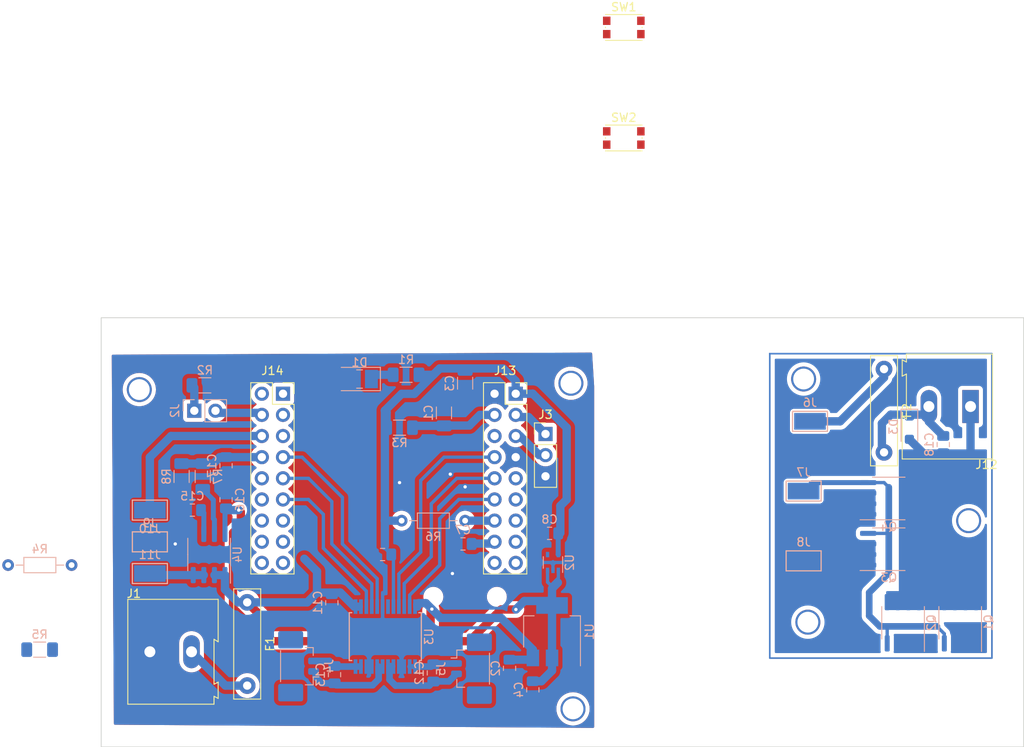
<source format=kicad_pcb>
(kicad_pcb (version 20221018) (generator pcbnew)
  (layers (0 "F.Cu" signal) (31 "B.Cu" signal) (34 "B.Paste" user) (35 "F.Paste" user) (36 "B.SilkS" user "B.Silkscreen") (37 "F.SilkS" user "F.Silkscreen") (38 "B.Mask" user) (39 "F.Mask" user) (44 "Edge.Cuts" user))
  (net 0 "")
  (net 1 "+8V")
  (net 2 "GND")
  (net 3 "+5V")
  (net 4 "/weapon_motor/MOTOR_PWR")
  (net 5 "/weapon_motor/MOSFETS_DRAIN")
  (net 6 "/MOTOR_CURRENT_ADC")
  (net 7 "Net-(J1-Pin_2)")
  (net 8 "/UART_TX")
  (net 9 "/UART_RX")
  (net 10 "/PWM_WEAPON")
  (net 11 "/BAT_LVL_ADC")
  (net 12 "/PWM_CH_B")
  (net 13 "/DIR_B_2")
  (net 14 "/DIR_B_1")
  (net 15 "/DIR_A_1")
  (net 16 "/PWM_CH_A")
  (net 17 "+3V3")
  (net 18 "/motors/STANDBY")
  (net 19 "/DIR_A_2")
  (net 20 "/ESP32 PCB adapter/SVP")
  (net 21 "/ESP32 PCB adapter/SVN")
  (net 22 "/ESP32 PCB adapter/IO35")
  (net 23 "/ESP32 PCB adapter/IO32")
  (net 24 "/ESP32 PCB adapter/SD2")
  (net 25 "/ESP32 PCB adapter/SD3")
  (net 26 "/ESP32 PCB adapter/CMD")
  (net 27 "/ESP32 PCB adapter/CLK")
  (net 28 "/ESP32 PCB adapter/SD0")
  (net 29 "/ESP32 PCB adapter/SD1")
  (net 30 "/ESP32 PCB adapter/IO23")
  (net 31 "/ESP32 PCB adapter/IO0")
  (net 32 "/ESP32 PCB adapter/EN")
  (net 33 "/weapon_motor/MOTOR_IN")
  (net 34 "Net-(J5-Pin_1)")
  (net 35 "Net-(J5-Pin_2)")
  (net 36 "Net-(J4-Pin_2)")
  (net 37 "Net-(J4-Pin_1)")
  (net 38 "Net-(U4-FILTER)")
  (net 39 "Net-(D1-A)")
  (net 40 "Net-(U4-VIOUT)")
  (net 42 "Net-(J2-Pin_1)")
  (net 43 "/ESP32 PCB adapter/IO34")
  (net 44 "/ESP32 PCB adapter/IO21")
  (net 45 "/ESP32 PCB adapter/IO18")
  (net 46 "/ESP32 PCB adapter/IO17")
  (net 47 "/ESP32 PCB adapter/IO16")
  (net 48 "/ESP32 PCB adapter/IO04")
  (net 49 "/ESP32 PCB adapter/IO14")
  (net 50 "/ESP32 PCB adapter/IO13")
  (net 51 "/ESP32 PCB adapter/IO02")
  (net 52 "/ESP32 PCB adapter/IO15")
  (footprint "Capacitor_THT:C_Rect_L13.0mm_W3.0mm_P10.00mm_FKS3_FKP3_MKS4" (layer "F.Cu") (at 150.114 82.63 -90)
    (fp_text reference "F2")
    (fp_text value "12A")
  )
  (footprint "Connector_PinSocket_2.54mm:PinSocket_2x09_P2.54mm_Vertical" (layer "F.Cu") (at 77.958 85.588)
    (fp_text reference "J14")
    (fp_text value "Conn_02x09_Odd_Even")
  )
  (footprint "TerminalBlock:TerminalBlock_Altech_AK300-2_P5.00mm" (layer "F.Cu") (at 160.499 87.122 180)
    (fp_text reference "J12")
    (fp_text value "MOT_WPN")
  )
  (footprint "Connector_PinSocket_2.54mm:PinSocket_2x09_P2.54mm_Vertical" (layer "F.Cu") (at 105.898 85.588)
    (fp_text reference "J13")
    (fp_text value "Conn_02x09_Odd_Even")
  )
  (footprint "Capacitor_THT:C_Rect_L13.0mm_W3.0mm_P10.00mm_FKS3_FKP3_MKS4" (layer "F.Cu") (at 73.66 110.65 -90)
    (fp_text reference "F1")
    (fp_text value "15A")
  )
  (footprint "Button_Switch_SMD:SW_Push_1P1T_NO_CK_KMR2" (layer "F.Cu") (at 118.872 54.864)
    (fp_text reference "SW2")
    (fp_text value "BOOT")
  )
  (footprint "Button_Switch_SMD:SW_Push_1P1T_NO_CK_KMR2" (layer "F.Cu") (at 118.872 41.584)
    (fp_text reference "SW1")
    (fp_text value "EN")
  )
  (footprint "Connector_PinHeader_2.54mm:PinHeader_1x03_P2.54mm_Vertical" (layer "F.Cu") (at 109.474 90.424)
    (fp_text reference "J3")
    (fp_text value "UART")
  )
  (footprint "TerminalBlock:TerminalBlock_Altech_AK300-2_P5.00mm" (layer "F.Cu") (at 61.976 116.586)
    (fp_text reference "J1")
    (fp_text value "BATT")
  )
  (footprint "TestPoint:TestPoint_Keystone_5019_Minature" (layer "B.Cu") (at 61.976 99.568)
    (fp_text reference "J10")
    (fp_text value "Conn_01x01_Pin")
  )
  (footprint "Capacitor_SMD:C_0805_2012Metric_Pad1.18x1.45mm_HandSolder" (layer "B.Cu") (at 84.145 119.336 -90)
    (fp_text reference "C13")
    (fp_text value "0.1uF")
  )
  (footprint "LED_SMD:LED_PLCC-2_3x2mm_AK" (layer "B.Cu") (at 87.148 83.82 180)
    (fp_text reference "D1")
    (fp_text value "PWR")
  )
  (footprint "Connector_Molex:Molex_PicoBlade_53398-0271_1x02-1MP_P1.25mm_Vertical" (layer "B.Cu") (at 100.034 118.618 -90)
    (fp_text reference "J5")
    (fp_text value "Conn_01x03_Pin")
  )
  (footprint "Connector_Molex:Molex_PicoBlade_53398-0271_1x02-1MP_P1.25mm_Vertical" (layer "B.Cu") (at 80.377 118.32 90)
    (fp_text reference "J4")
    (fp_text value "Conn_01x03_Pin")
  )
  (footprint "Resistor_THT:R_Axial_DIN0204_L3.6mm_D1.6mm_P7.62mm_Horizontal" (layer "B.Cu") (at 92.202 100.838)
    (fp_text reference "R6")
    (fp_text value "220")
  )
  (footprint "TestPoint:TestPoint_Keystone_5019_Minature" (layer "B.Cu") (at 140.462 105.664 180)
    (fp_text reference "J8")
    (fp_text value "Conn_01x01_Pin")
  )
  (footprint "Capacitor_SMD:C_0805_2012Metric_Pad1.18x1.45mm_HandSolder" (layer "B.Cu") (at 105.156 118.57775 -90)
    (fp_text reference "C2")
    (fp_text value "22uF")
  )
  (footprint "Package_SO:SOIC-8_3.9x4.9mm_P1.27mm" (layer "B.Cu") (at 150.687 98.171)
    (fp_text reference "Q4")
    (fp_text value "AO4402G")
  )
  (footprint "Capacitor_SMD:C_0805_2012Metric_Pad1.18x1.45mm_HandSolder" (layer "B.Cu") (at 99.568 103.632 180)
    (fp_text reference "C7")
    (fp_text value "0.1uF")
  )
  (footprint "Package_SO:SOIC-8_3.9x4.9mm_P1.27mm" (layer "B.Cu") (at 150.687 104.267)
    (fp_text reference "Q3")
    (fp_text value "AO4402G")
  )
  (footprint "TestPoint:TestPoint_Keystone_5019_Minature" (layer "B.Cu") (at 140.462 97.282 180)
    (fp_text reference "J7")
    (fp_text value "Conn_01x01_Pin")
  )
  (footprint "Resistor_SMD:R_1206_3216Metric_Pad1.30x1.75mm_HandSolder" (layer "B.Cu") (at 68.58 84.582 180)
    (fp_text reference "R2")
    (fp_text value "220")
  )
  (footprint "Resistor_SMD:R_1206_3216Metric_Pad1.30x1.75mm_HandSolder" (layer "B.Cu") (at 65.786 95.53 -90)
    (fp_text reference "R8")
    (fp_text value "4k7R")
  )
  (footprint "Capacitor_SMD:C_0805_2012Metric_Pad1.18x1.45mm_HandSolder" (layer "B.Cu") (at 107.95 121.158 -90)
    (fp_text reference "C4")
    (fp_text value "22uF")
  )
  (footprint "TestPoint:TestPoint_Keystone_5019_Minature" (layer "B.Cu") (at 141.224 88.9 180)
    (fp_text reference "J6")
    (fp_text value "Conn_01x01_Pin")
  )
  (footprint "Capacitor_SMD:C_1206_3216Metric_Pad1.33x1.80mm_HandSolder" (layer "B.Cu") (at 99.822 84.328 -90)
    (fp_text reference "C3")
    (fp_text value "22uF")
  )
  (footprint "Capacitor_SMD:C_0805_2012Metric_Pad1.18x1.45mm_HandSolder" (layer "B.Cu") (at 71.12 94.234 -90)
    (fp_text reference "C17")
    (fp_text value "1uF")
  )
  (footprint "Resistor_THT:R_Axial_DIN0204_L3.6mm_D1.6mm_P7.62mm_Horizontal" (layer "B.Cu") (at 52.578 106.172 180)
    (fp_text reference "R4")
    (fp_text value "8k2R")
  )
  (footprint "Capacitor_SMD:C_0805_2012Metric_Pad1.18x1.45mm_HandSolder" (layer "B.Cu") (at 89.916 104.902 180)
    (fp_text reference "C9" hide)
    (fp_text value "22uF")
  )
  (footprint "Capacitor_SMD:C_1206_3216Metric_Pad1.33x1.80mm_HandSolder" (layer "B.Cu") (at 97.282 87.884 -90)
    (fp_text reference "C1")
    (fp_text value "0.1uF")
  )
  (footprint "Capacitor_SMD:C_0805_2012Metric_Pad1.18x1.45mm_HandSolder" (layer "B.Cu") (at 109.9605 102.362 180)
    (fp_text reference "C8")
    (fp_text value "1uF")
  )
  (footprint "Resistor_SMD:R_1206_3216Metric_Pad1.30x1.75mm_HandSolder" (layer "B.Cu") (at 91.948 89.662)
    (fp_text reference "R3")
    (fp_text value "10kR")
  )
  (footprint "Resistor_SMD:R_1206_3216Metric_Pad1.30x1.75mm_HandSolder" (layer "B.Cu") (at 48.742 116.332 180)
    (fp_text reference "R5")
    (fp_text value "4k7R")
  )
  (footprint "Package_TO_SOT_SMD:SOT-223-3_TabPin2" (layer "B.Cu") (at 110.2575 114.1765 90)
    (fp_text reference "U1")
    (fp_text value "AZ1117CH-5.0TRG1")
  )
  (footprint "Capacitor_SMD:C_0805_2012Metric_Pad1.18x1.45mm_HandSolder" (layer "B.Cu") (at 157.226 91.694 -90)
    (fp_text reference "C18")
    (fp_text value "0.1uF")
  )
  (footprint "Connector_PinHeader_2.54mm:PinHeader_1x02_P2.54mm_Vertical" (layer "B.Cu") (at 67.31 87.63 -90)
    (fp_text reference "J2")
    (fp_text value "Conn_01x02_Socket")
  )
  (footprint "Package_SO:SOIC-8_3.9x4.9mm_P1.27mm" (layer "B.Cu") (at 69.088 104.902 90)
    (fp_text reference "U4")
    (fp_text value "ACS712xLCTR-20A")
  )
  (footprint "Capacitor_SMD:C_0805_2012Metric_Pad1.18x1.45mm_HandSolder" (layer "B.Cu") (at 83.82 110.7 -90)
    (fp_text reference "C11")
    (fp_text value "22uF")
  )
  (footprint "Capacitor_SMD:C_0805_2012Metric_Pad1.18x1.45mm_HandSolder" (layer "B.Cu") (at 67.0775 99.568 180)
    (fp_text reference "C15")
    (fp_text value "1nF")
  )
  (footprint "Diode_SMD:D_SOD-123F" (layer "B.Cu") (at 153.162 89.662 -90)
    (fp_text reference "D3")
    (fp_text value "D")
  )
  (footprint "Package_SO:SSOP-24_5.3x8.2mm_P0.65mm" (layer "B.Cu") (at 90.241 114.764 90)
    (fp_text reference "U3")
    (fp_text value "TB6612FNG")
  )
  (footprint "TestPoint:TestPoint_Keystone_5019_Minature" (layer "B.Cu") (at 61.976 107.188 180)
    (fp_text reference "J11")
    (fp_text value "Conn_01x01_Pin")
  )
  (footprint "TestPoint:TestPoint_Keystone_5019_Minature" (layer "B.Cu") (at 61.976 103.378 180)
    (fp_text reference "J9")
    (fp_text value "Conn_01x01_Pin")
  )
  (footprint "Capacitor_SMD:C_0805_2012Metric_Pad1.18x1.45mm_HandSolder" (layer "B.Cu") (at 96.012 119.126 -90)
    (fp_text reference "C12")
    (fp_text value "0.1uF")
  )
  (footprint "Package_TO_SOT_SMD:SOT-353_SC-70-5" (layer "B.Cu") (at 110.3695 105.8605 90)
    (fp_text reference "U2")
    (fp_text value "LD29150DT33R")
  )
  (footprint "Resistor_SMD:R_1206_3216Metric_Pad1.30x1.75mm_HandSolder" (layer "B.Cu") (at 92.736 83.312 180)
    (fp_text reference "R1")
    (fp_text value "R")
  )
  (footprint "Package_SO:SOIC-8_3.9x4.9mm_P1.27mm" (layer "B.Cu") (at 159.258 113.103 90)
    (fp_text reference "Q1")
    (fp_text value "AO4402G")
  )
  (footprint "Resistor_SMD:R_1206_3216Metric_Pad1.30x1.75mm_HandSolder" (layer "B.Cu") (at 68.326 95.53 90)
    (fp_text reference "R7")
    (fp_text value "2k7R")
  )
  (footprint "Package_SO:SOIC-8_3.9x4.9mm_P1.27mm" (layer "B.Cu") (at 152.4 113.103 90)
    (fp_text reference "Q2")
    (fp_text value "AO4402G")
  )
  (footprint "Capacitor_SMD:C_0805_2012Metric_Pad1.18x1.45mm_HandSolder" (layer "B.Cu") (at 71.12 98.3195 90)
    (fp_text reference "C16")
    (fp_text value "0.1uF")
  )
  (gr_rect (start 136.398 80.772) (end 163.068 117.348) (stroke (width 0.2)) (fill none) (layer "B.Cu"))
  (gr_rect (start 56.134 76.454) (end 166.878 128.016) (stroke (width 0.1)) (fill none) (layer "Edge.Cuts"))
  (via (at 112.776 123.444) (size 3) (drill 2.5) (layers "F.Cu" "B.Cu") (net 0))
  (via (at 140.97 113.03) (size 3) (drill 2.5) (layers "F.Cu" "B.Cu") (net 0))
  (via (at 160.274 100.838) (size 3) (drill 2.5) (layers "F.Cu" "B.Cu") (net 0))
  (via (at 60.706 85.09) (size 3) (drill 2.5) (layers "F.Cu" "B.Cu") (net 0))
  (via (at 140.462 83.82) (size 3) (drill 2.5) (layers "F.Cu" "B.Cu") (net 0))
  (via (at 112.522 84.328) (size 3) (drill 2.5) (layers "F.Cu" "B.Cu") (net 0))
  (segment (start 76.628 113.618) (end 95.678 113.618) (width 1) (layer "F.Cu") (net 1))
  (segment (start 95.678 113.618) (end 95.678 111.613) (width 1) (layer "F.Cu") (net 1))
  (segment (start 73.66 110.65) (end 76.628 113.618) (width 1) (layer "F.Cu") (net 1))
  (segment (start 95.678 111.613) (end 95.749 111.542) (width 1) (layer "F.Cu") (net 1))
  (via (at 95.829 111.462) (size 0.8) (drill 0.4) (layers "F.Cu" "B.Cu") (net 1))
  (segment (start 72.55 110.65) (end 73.66 110.65) (width 1) (layer "B.Cu") (net 1))
  (segment (start 95.111 110.744) (end 94.234 110.744) (width 1) (layer "B.Cu") (net 1))
  (segment (start 70.993 109.093) (end 72.55 110.65) (width 1) (layer "B.Cu") (net 1))
  (segment (start 94.234 110.744) (end 94.091 110.887) (width 1) (layer "B.Cu") (net 1))
  (segment (start 69.723 107.377) (end 70.993 107.377) (width 1) (layer "B.Cu") (net 1))
  (segment (start 96.889 112.522) (end 104.14 112.522) (width 1) (layer "B.Cu") (net 1))
  (segment (start 94.091 110.887) (end 94.091 111.164) (width 1) (layer "B.Cu") (net 1))
  (segment (start 73.66 110.65) (end 80.866 110.65) (width 1) (layer "B.Cu") (net 1))
  (segment (start 82.042 109.474) (end 82.042 106.934) (width 1) (layer "B.Cu") (net 1))
  (segment (start 95.829 111.462) (end 95.111 110.744) (width 1) (layer "B.Cu") (net 1))
  (segment (start 82.042 109.474) (end 84.836 109.474) (width 1) (layer "B.Cu") (net 1))
  (segment (start 80.866 110.65) (end 82.042 109.474) (width 1) (layer "B.Cu") (net 1))
  (segment (start 104.14 112.522) (end 107.9575 116.3395) (width 1) (layer "B.Cu") (net 1))
  (segment (start 84.836 109.474) (end 86.526 111.164) (width 1) (layer "B.Cu") (net 1))
  (segment (start 95.829 111.462) (end 96.889 112.522) (width 1) (layer "B.Cu") (net 1))
  (segment (start 107.9575 116.3395) (end 107.9575 117.3265) (width 1) (layer "B.Cu") (net 1))
  (segment (start 105.156 117.54025) (end 107.74375 117.54025) (width 1) (layer "B.Cu") (net 1))
  (segment (start 86.526 111.164) (end 87.041 111.164) (width 1) (layer "B.Cu") (net 1))
  (segment (start 82.042 106.934) (end 80.518 105.41) (width 1) (layer "B.Cu") (net 1))
  (segment (start 70.993 107.377) (end 70.993 109.093) (width 1) (layer "B.Cu") (net 1))
  (segment (start 107.74375 117.54025) (end 107.9575 117.3265) (width 1) (layer "B.Cu") (net 1))
  (via (at 99.822 96.774) (size 0.8) (drill 0.4) (layers "F.Cu" "B.Cu") (net 2))
  (via (at 65.024 103.632) (size 0.8) (drill 0.4) (layers "F.Cu" "B.Cu") (net 2))
  (via (at 91.948 96.266) (size 0.8) (drill 0.4) (layers "F.Cu" "B.Cu") (net 2))
  (via (at 98.298 107.188) (size 0.8) (drill 0.4) (layers "F.Cu" "B.Cu") (net 2))
  (via (at 98.044 95.25) (size 0.8) (drill 0.4) (layers "F.Cu" "B.Cu") (net 2))
  (segment (start 89.916 111.164) (end 89.916 113.284) (width 0.4) (layer "B.Cu") (net 2))
  (segment (start 110.3695 106.1145) (end 110.1155 105.8605) (width 0.4) (layer "B.Cu") (net 2))
  (segment (start 112.931 107.152) (end 113.1635 107.152) (width 0.4) (layer "B.Cu") (net 2))
  (segment (start 110.6235 105.8605) (end 111.6395 105.8605) (width 0.4) (layer "B.Cu") (net 2))
  (segment (start 110.3695 106.8105) (end 110.3695 106.1145) (width 0.4) (layer "B.Cu") (net 2))
  (segment (start 110.1155 105.8605) (end 108.3375 105.8605) (width 0.4) (layer "B.Cu") (net 2))
  (segment (start 110.3695 106.1145) (end 110.6235 105.8605) (width 0.4) (layer "B.Cu") (net 2))
  (segment (start 89.916 113.284) (end 89.916 109.474) (width 0.4) (layer "B.Cu") (net 2))
  (segment (start 111.6395 105.8605) (end 112.931 107.152) (width 0.4) (layer "B.Cu") (net 2))
  (segment (start 71.96 102.284) (end 72.898 101.346) (width 1) (layer "F.Cu") (net 3))
  (segment (start 71.96 111.354164) (end 71.96 102.284) (width 1) (layer "F.Cu") (net 3))
  (segment (start 72.898 101.346) (end 72.898 99.822) (width 1) (layer "F.Cu") (net 3))
  (segment (start 75.923836 115.318) (end 71.96 111.354164) (width 1) (layer "F.Cu") (net 3))
  (segment (start 100.328 115.318) (end 75.923836 115.318) (width 1) (layer "F.Cu") (net 3))
  (segment (start 104.14 111.506) (end 100.328 115.318) (width 1) (layer "F.Cu") (net 3))
  (segment (start 72.898 99.822) (end 72.644 99.568) (width 1) (layer "F.Cu") (net 3))
  (segment (start 105.918 111.506) (end 104.14 111.506) (width 1) (layer "F.Cu") (net 3))
  (via (at 105.918 111.506) (size 0.8) (drill 0.4) (layers "F.Cu" "B.Cu") (net 3))
  (via (at 72.644 99.568) (size 0.8) (drill 0.4) (layers "F.Cu" "B.Cu") (net 3))
  (segment (start 110.2575 108.9845) (end 110.9635 108.2785) (width 1) (layer "B.Cu") (net 3))
  (segment (start 109.7195 108.22) (end 110.1155 108.616) (width 0.4) (layer "B.Cu") (net 3))
  (segment (start 110.2575 118.8505) (end 110.2575 117.3265) (width 1) (layer "B.Cu") (net 3))
  (segment (start 109.7195 106.8105) (end 109.7195 108.22) (width 0.4) (layer "B.Cu") (net 3))
  (segment (start 108.9875 120.1205) (end 110.2575 118.8505) (width 1) (layer "B.Cu") (net 3))
  (segment (start 111.0195 106.8105) (end 111.0195 107.712) (width 0.4) (layer "B.Cu") (net 3))
  (segment (start 72.644 99.568) (end 71.331 99.568) (width 1) (layer "B.Cu") (net 3))
  (segment (start 70.993 102.427) (end 70.993 99.484) (width 0.6) (layer "B.Cu") (net 3))
  (segment (start 110.2575 111.0265) (end 110.2575 108.9845) (width 1) (layer "B.Cu") (net 3))
  (segment (start 71.331 99.568) (end 71.12 99.357) (width 1) (layer "B.Cu") (net 3))
  (segment (start 70.993 99.484) (end 71.12 99.357) (width 0.6) (layer "B.Cu") (net 3))
  (segment (start 107.95 120.1205) (end 108.9875 120.1205) (width 1) (layer "B.Cu") (net 3))
  (segment (start 106.934 110.49) (end 109.721 110.49) (width 1) (layer "B.Cu") (net 3))
  (segment (start 109.721 110.49) (end 110.2575 111.0265) (width 1) (layer "B.Cu") (net 3))
  (segment (start 111.0195 107.712) (end 110.1155 108.616) (width 0.4) (layer "B.Cu") (net 3))
  (segment (start 105.918 111.506) (end 106.934 110.49) (width 1) (layer "B.Cu") (net 3))
  (segment (start 110.2575 117.3265) (end 110.2575 111.0265) (width 1) (layer "B.Cu") (net 3))
  (segment (start 144.853 88.9) (end 150.114 83.639) (width 1) (layer "B.Cu") (net 4))
  (segment (start 141.224 88.9) (end 144.853 88.9) (width 1) (layer "B.Cu") (net 4))
  (segment (start 62.165 107.377) (end 61.976 107.188) (width 1) (layer "B.Cu") (net 4))
  (segment (start 68.453 107.377) (end 62.165 107.377) (width 1) (layer "B.Cu") (net 4))
  (segment (start 150.114 83.639) (end 150.114 82.63) (width 1) (layer "B.Cu") (net 4))
  (segment (start 160.528 92.964) (end 155.064 92.964) (width 1) (layer "B.Cu") (net 5))
  (segment (start 155.064 92.964) (end 153.162 91.062) (width 1) (layer "B.Cu") (net 5))
  (segment (start 160.499 92.935) (end 160.528 92.964) (width 1) (layer "B.Cu") (net 5))
  (segment (start 160.499 87.122) (end 160.499 92.935) (width 1) (layer "B.Cu") (net 5))
  (segment (start 68.326 93.98) (end 69.596 93.98) (width 1) (layer "B.Cu") (net 6))
  (segment (start 70.368 93.208) (end 75.418 93.208) (width 1) (layer "B.Cu") (net 6))
  (segment (start 68.326 93.98) (end 65.786 93.98) (width 1) (layer "B.Cu") (net 6))
  (segment (start 69.596 93.98) (end 70.368 93.208) (width 1) (layer "B.Cu") (net 6))
  (segment (start 71.04 120.65) (end 66.976 116.586) (width 1) (layer "B.Cu") (net 7))
  (segment (start 73.66 120.65) (end 71.04 120.65) (width 1) (layer "B.Cu") (net 7))
  (segment (start 107.442 88.392) (end 106.162 88.392) (width 1) (layer "B.Cu") (net 8))
  (segment (start 109.474 90.424) (end 107.442 88.392) (width 1) (layer "B.Cu") (net 8))
  (segment (start 106.162 88.392) (end 105.898 88.128) (width 1) (layer "B.Cu") (net 8))
  (segment (start 108.712 92.964) (end 109.474 92.964) (width 1) (layer "B.Cu") (net 9))
  (segment (start 105.898 90.668) (end 106.416 90.668) (width 1) (layer "B.Cu") (net 9))
  (segment (start 106.416 90.668) (end 108.712 92.964) (width 1) (layer "B.Cu") (net 9))
  (segment (start 140.462 97.282) (end 141.478 96.266) (width 0.6) (layer "B.Cu") (net 10))
  (segment (start 148.336 112.268) (end 149.606 113.538) (width 0.8) (layer "B.Cu") (net 10))
  (segment (start 64.526 90.668) (end 61.976 93.218) (width 1) (layer "B.Cu") (net 10))
  (segment (start 150.368 113.538) (end 156.464 113.538) (width 0.8) (layer "B.Cu") (net 10))
  (segment (start 148.212 96.266) (end 150.125 96.266) (width 0.4) (layer "B.Cu") (net 10))
  (segment (start 150.687 107.123) (end 148.336 109.474) (width 0.8) (layer "B.Cu") (net 10))
  (segment (start 150.495 115.578) (end 150.495 113.665) (width 0.4) (layer "B.Cu") (net 10))
  (segment (start 61.976 93.218) (end 61.976 99.568) (width 1) (layer "B.Cu") (net 10))
  (segment (start 148.336 109.474) (end 148.336 112.268) (width 0.8) (layer "B.Cu") (net 10))
  (segment (start 150.687 96.828) (end 150.687 107.123) (width 0.8) (layer "B.Cu") (net 10))
  (segment (start 150.687 102.362) (end 148.212 102.362) (width 0.4) (layer "B.Cu") (net 10))
  (segment (start 157.353 115.578) (end 157.353 114.427) (width 0.4) (layer "B.Cu") (net 10))
  (segment (start 75.418 90.668) (end 64.526 90.668) (width 1) (layer "B.Cu") (net 10))
  (segment (start 150.125 96.266) (end 150.687 96.828) (width 0.4) (layer "B.Cu") (net 10))
  (segment (start 141.478 96.266) (end 148.212 96.266) (width 0.6) (layer "B.Cu") (net 10))
  (segment (start 157.353 114.427) (end 156.464 113.538) (width 0.4) (layer "B.Cu") (net 10))
  (segment (start 149.606 113.538) (end 150.368 113.538) (width 0.8) (layer "B.Cu") (net 10))
  (segment (start 150.495 113.665) (end 150.368 113.538) (width 0.4) (layer "B.Cu") (net 10))
  (segment (start 82.804 100.076) (end 81.016 98.288) (width 0.4) (layer "B.Cu") (net 12))
  (segment (start 87.966 109.302) (end 82.804 104.14) (width 0.4) (layer "B.Cu") (net 12))
  (segment (start 87.966 111.164) (end 87.966 109.302) (width 0.4) (layer "B.Cu") (net 12))
  (segment (start 81.016 98.288) (end 77.958 98.288) (width 0.4) (layer "B.Cu") (net 12))
  (segment (start 82.804 104.14) (end 82.804 100.076) (width 0.4) (layer "B.Cu") (net 12))
  (segment (start 88.616 108.428) (end 88.616 111.164) (width 0.4) (layer "B.Cu") (net 13))
  (segment (start 81.016 95.748) (end 83.82 98.552) (width 0.4) (layer "B.Cu") (net 13))
  (segment (start 83.82 103.632) (end 88.616 108.428) (width 0.4) (layer "B.Cu") (net 13))
  (segment (start 77.958 95.748) (end 81.016 95.748) (width 0.4) (layer "B.Cu") (net 13))
  (segment (start 83.82 98.552) (end 83.82 103.632) (width 0.4) (layer "B.Cu") (net 13))
  (segment (start 77.958 93.208) (end 80.254 93.208) (width 0.4) (layer "B.Cu") (net 14))
  (segment (start 85.09 98.044) (end 85.09 103.632) (width 0.4) (layer "B.Cu") (net 14))
  (segment (start 80.254 93.208) (end 85.09 98.044) (width 0.4) (layer "B.Cu") (net 14))
  (segment (start 89.266 107.808) (end 89.266 111.164) (width 0.4) (layer "B.Cu") (net 14))
  (segment (start 85.09 103.632) (end 89.266 107.808) (width 0.4) (layer "B.Cu") (net 14))
  (segment (start 91.866 111.164) (end 91.866 107.238365) (width 0.4) (layer "B.Cu") (net 15))
  (segment (start 97.292 93.208) (end 103.358 93.208) (width 0.4) (layer "B.Cu") (net 15))
  (segment (start 91.866 107.238365) (end 94.488 104.616365) (width 0.4) (layer "B.Cu") (net 15))
  (segment (start 94.488 104.616365) (end 94.488 96.012) (width 0.4) (layer "B.Cu") (net 15))
  (segment (start 94.488 96.012) (end 97.292 93.208) (width 0.4) (layer "B.Cu") (net 15))
  (segment (start 93.166 109.78) (end 96.774 106.172) (width 0.4) (layer "B.Cu") (net 16))
  (segment (start 96.774 100.584) (end 99.07 98.288) (width 0.4) (layer "B.Cu") (net 16))
  (segment (start 96.774 106.172) (end 96.774 100.584) (width 0.4) (layer "B.Cu") (net 16))
  (segment (start 99.07 98.288) (end 103.358 98.288) (width 0.4) (layer "B.Cu") (net 16))
  (segment (start 93.166 111.164) (end 93.166 109.78) (width 0.4) (layer "B.Cu") (net 16))
  (segment (start 111.252 99.06) (end 111.252 102.30025) (width 1) (layer "B.Cu") (net 17))
  (segment (start 96.52 82.804) (end 93.726 85.598) (width 1) (layer "B.Cu") (net 17))
  (segment (start 90.398 87.815) (end 90.1915 87.6085) (width 1) (layer "B.Cu") (net 17))
  (segment (start 90.398 89.662) (end 90.398 87.815) (width 1) (layer "B.Cu") (net 17))
  (segment (start 112.014 89.662) (end 112.014 98.298) (width 1) (layer "B.Cu") (net 17))
  (segment (start 111.252 102.30025) (end 110.998 102.55425) (width 1) (layer "B.Cu") (net 17))
  (segment (start 104.394 82.55) (end 96.774 82.55) (width 1) (layer "B.Cu") (net 17))
  (segment (start 105.898 85.588) (end 105.898 84.054) (width 1) (layer "B.Cu") (net 17))
  (segment (start 91.216 111.164) (end 91.216 105.1645) (width 0.4) (layer "B.Cu") (net 17))
  (segment (start 94.286 83.312) (end 96.012 83.312) (width 1) (layer "B.Cu") (net 17))
  (segment (start 90.1915 87.6085) (end 90.1915 100.838) (width 1) (layer "B.Cu") (net 17))
  (segment (start 91.216 105.1645) (end 90.1915 104.14) (width 0.4) (layer "B.Cu") (net 17))
  (segment (start 107.94 85.588) (end 112.014 89.662) (width 1) (layer "B.Cu") (net 17))
  (segment (start 111.0195 104.9105) (end 110.998 104.889) (width 0.6) (layer "B.Cu") (net 17))
  (segment (start 92.202 100.838) (end 90.1915 100.838) (width 1) (layer "B.Cu") (net 17))
  (segment (start 92.202 85.598) (end 90.1915 87.6085) (width 1) (layer "B.Cu") (net 17))
  (segment (start 110.998 104.889) (end 110.998 102.55425) (width 0.6) (layer "B.Cu") (net 17))
  (segment (start 90.1915 104.14) (end 90.1915 103.886) (width 0.4) (layer "B.Cu") (net 17))
  (segment (start 112.014 98.298) (end 111.252 99.06) (width 1) (layer "B.Cu") (net 17))
  (segment (start 96.774 82.55) (end 96.52 82.804) (width 1) (layer "B.Cu") (net 17))
  (segment (start 105.898 84.054) (end 104.394 82.55) (width 1) (layer "B.Cu") (net 17))
  (segment (start 105.898 85.588) (end 107.94 85.588) (width 1) (layer "B.Cu") (net 17))
  (segment (start 107.95 85.598) (end 107.94 85.588) (width 1) (layer "B.Cu") (net 17))
  (segment (start 93.726 85.598) (end 92.202 85.598) (width 1) (layer "B.Cu") (net 17))
  (segment (start 96.012 83.312) (end 96.52 82.804) (width 1) (layer "B.Cu") (net 17))
  (segment (start 90.1915 100.838) (end 90.1915 103.886) (width 1) (layer "B.Cu") (net 17))
  (segment (start 95.758 105.156) (end 95.758 98.806) (width 0.4) (layer "B.Cu") (net 19))
  (segment (start 98.816 95.748) (end 103.358 95.748) (width 0.4) (layer "B.Cu") (net 19))
  (segment (start 95.758 98.806) (end 98.816 95.748) (width 0.4) (layer "B.Cu") (net 19))
  (segment (start 92.516 111.164) (end 92.516 108.398) (width 0.4) (layer "B.Cu") (net 19))
  (segment (start 92.516 108.398) (end 95.758 105.156) (width 0.4) (layer "B.Cu") (net 19))
  (segment (start 75.174 87.884) (end 75.418 88.128) (width 1) (layer "B.Cu") (net 22))
  (segment (start 69.85 87.63) (end 70.104 87.884) (width 1) (layer "B.Cu") (net 22))
  (segment (start 70.104 87.884) (end 75.174 87.884) (width 1) (layer "B.Cu") (net 22))
  (segment (start 100.6485 103.589) (end 103.137 103.589) (width 1) (layer "B.Cu") (net 31))
  (segment (start 103.137 103.589) (end 103.358 103.368) (width 1) (layer "B.Cu") (net 31))
  (segment (start 100.6055 103.632) (end 100.6485 103.589) (width 1) (layer "B.Cu") (net 31))
  (segment (start 103.358 88.128) (end 101.61 88.128) (width 1) (layer "B.Cu") (net 32))
  (segment (start 97.282 89.4465) (end 93.7135 89.4465) (width 1) (layer "B.Cu") (net 32))
  (segment (start 101.61 88.128) (end 100.33 89.408) (width 1) (layer "B.Cu") (net 32))
  (segment (start 100.33 89.408) (end 97.3205 89.408) (width 1) (layer "B.Cu") (net 32))
  (segment (start 97.3205 89.408) (end 97.282 89.4465) (width 1) (layer "B.Cu") (net 32))
  (segment (start 93.7135 89.4465) (end 93.498 89.662) (width 1) (layer "B.Cu") (net 32))
  (segment (start 150.9145 88.0995) (end 155.2065 88.0995) (width 1) (layer "B.Cu") (net 33))
  (segment (start 155.2065 88.0995) (end 155.499 87.807) (width 1) (layer "B.Cu") (net 33))
  (segment (start 150.114 92.63) (end 149.86 92.376) (width 1) (layer "B.Cu") (net 33))
  (segment (start 155.499 88.9295) (end 155.499 87.122) (width 1) (layer "B.Cu") (net 33))
  (segment (start 155.499 87.807) (end 155.499 87.122) (width 1) (layer "B.Cu") (net 33))
  (segment (start 149.86 89.154) (end 150.9145 88.0995) (width 1) (layer "B.Cu") (net 33))
  (segment (start 149.86 92.376) (end 149.86 89.154) (width 1) (layer "B.Cu") (net 33))
  (segment (start 157.226 90.6565) (end 155.499 88.9295) (width 1) (layer "B.Cu") (net 33))
  (segment (start 93.816 118.364) (end 95.7365 118.364) (width 0.8) (layer "B.Cu") (net 34))
  (segment (start 96.1075 117.993) (end 98.784 117.993) (width 0.8) (layer "B.Cu") (net 34))
  (segment (start 93.166 118.364) (end 93.816 118.364) (width 0.6) (layer "B.Cu") (net 34))
  (segment (start 95.7365 118.364) (end 96.1075 117.993) (width 0.8) (layer "B.Cu") (net 34))
  (segment (start 95.5255 120.65) (end 91.467 120.65) (width 0.8) (layer "B.Cu") (net 35))
  (segment (start 90.749 119.932) (end 90.749 118.32) (width 0.8) (layer "B.Cu") (net 35))
  (segment (start 96.0335 120.142) (end 96.012 120.1635) (width 0.8) (layer "B.Cu") (net 35))
  (segment (start 90.749 118.32) (end 91.041 118.32) (width 0.8) (layer "B.Cu") (net 35))
  (segment (start 91.467 120.65) (end 90.749 119.932) (width 0.8) (layer "B.Cu") (net 35))
  (segment (start 91.041 118.32) (end 91.041 118.364) (width 0.8) (layer "B.Cu") (net 35))
  (segment (start 96.012 120.1635) (end 95.5255 120.65) (width 0.8) (layer "B.Cu") (net 35))
  (segment (start 97.885 120.142) (end 96.0335 120.142) (width 0.8) (layer "B.Cu") (net 35))
  (segment (start 98.784 119.243) (end 97.885 120.142) (width 0.8) (layer "B.Cu") (net 35))
  (segment (start 81.881 117.695) (end 83.5415 117.695) (width 0.8) (layer "B.Cu") (net 36))
  (segment (start 84.145 118.2985) (end 84.2105 118.364) (width 0.8) (layer "B.Cu") (net 36))
  (segment (start 83.5415 117.695) (end 84.145 118.2985) (width 0.8) (layer "B.Cu") (net 36))
  (segment (start 84.2105 118.364) (end 87.141 118.364) (width 0.8) (layer "B.Cu") (net 36))
  (segment (start 81.881 118.945) (end 81.881 119.612) (width 0.8) (layer "B.Cu") (net 37))
  (segment (start 89.441 119.882) (end 88.717 120.606) (width 0.8) (layer "B.Cu") (net 37))
  (segment (start 88.717 120.606) (end 84.3775 120.606) (width 0.8) (layer "B.Cu") (net 37))
  (segment (start 82.6425 120.3735) (end 84.145 120.3735) (width 0.8) (layer "B.Cu") (net 37))
  (segment (start 84.3775 120.606) (end 84.145 120.3735) (width 0.8) (layer "B.Cu") (net 37))
  (segment (start 81.881 119.612) (end 82.6425 120.3735) (width 0.8) (layer "B.Cu") (net 37))
  (segment (start 89.441 118.364) (end 89.441 119.882) (width 0.8) (layer "B.Cu") (net 37))
  (segment (start 68.453 99.906) (end 68.115 99.568) (width 0.6) (layer "B.Cu") (net 38))
  (segment (start 68.453 102.427) (end 68.453 99.906) (width 0.6) (layer "B.Cu") (net 38))
  (segment (start 91.186 83.312) (end 89.081 83.312) (width 1) (layer "B.Cu") (net 39))
  (segment (start 89.081 83.312) (end 88.573 83.82) (width 1) (layer "B.Cu") (net 39))
  (segment (start 69.596 98.35) (end 68.326 97.08) (width 0.6) (layer "B.Cu") (net 40))
  (segment (start 69.596 100.584) (end 69.596 98.35) (width 0.6) (layer "B.Cu") (net 40))
  (segment (start 69.723 102.427) (end 69.723 100.711) (width 0.6) (layer "B.Cu") (net 40))
  (segment (start 69.723 100.711) (end 69.596 100.584) (width 0.6) (layer "B.Cu") (net 40))
  (segment (start 67.31 87.63) (end 67.31 84.862) (width 1) (layer "B.Cu") (net 42))
  (segment (start 67.31 84.862) (end 67.03 84.582) (width 1) (layer "B.Cu") (net 42))
  (segment (start 99.822 100.838) (end 103.348 100.838) (width 1) (layer "B.Cu") (net 47))
  (segment (start 103.348 100.838) (end 103.358 100.828) (width 1) (layer "B.Cu") (net 47))
  (zone (net 2) (net_name "GND") (layers "F&B.Cu") (name "GND") (connect_pads yes (clearance 0.5)) (min_thickness 0.254) (fill yes (thermal_gap 0.808) (thermal_bridge_width 0.508) (smoothing chamfer))
    (polygon (pts (xy 115.314314 84.707329) (xy 115.314314 101.725329) (xy 115.314314 106.043329) (xy 115.316 125.73) (xy 57.656314 125.347329) (xy 57.402314 80.897329) (xy 115.060314 80.643329)))
  )
  (zone (net 2) (net_name "GND") (layer "B.Cu") (name "GND") (priority 1) (connect_pads yes (clearance 0.5)) (min_thickness 0.254) (fill yes (thermal_gap 0.808) (thermal_bridge_width 0.508) (smoothing chamfer))
    (polygon (pts (xy 163.068 113.03) (xy 163.068 117.348) (xy 136.398 117.348) (xy 136.398 80.772) (xy 163.322 80.772) (xy 163.322 90.932) (xy 149.098 90.932) (xy 149.098 113.03)))
  )
  (zone (net 5) (net_name "/weapon_motor/MOSFETS_DRAIN") (layer "B.Cu") (name "GND") (connect_pads yes (clearance 0.5)) (min_thickness 0.254) (fill yes (thermal_gap 0.808) (thermal_bridge_width 0.508) (smoothing chamfer))
    (polygon (pts (xy 163.068 111.579) (xy 150.368 111.579) (xy 150.368 109.293) (xy 151.892 109.293) (xy 151.892 92.275) (xy 163.068 92.275)))
  )
)
</source>
